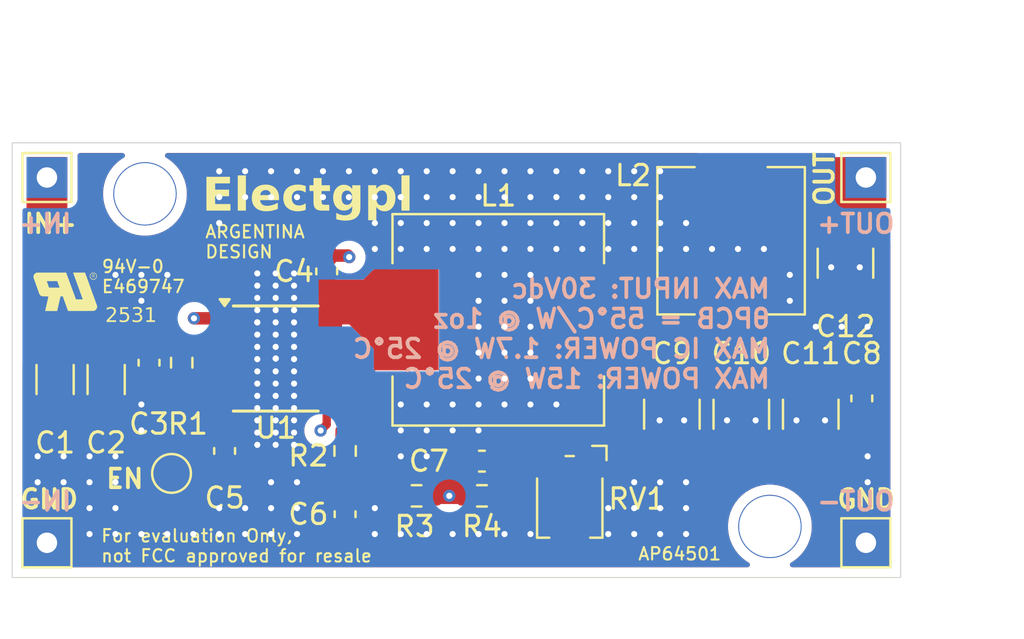
<source format=kicad_pcb>
(kicad_pcb (version 20241229) (generator "pcbnew") (generator_version "9.0")
  (layers (0 "F.Cu" signal) (4 "In1.Cu" signal) (6 "In2.Cu" signal) (2 "B.Cu" signal) (13 "F.Paste" user) (15 "B.Paste" user) (5 "F.SilkS" user "F.Silkscreen") (7 "B.SilkS" user "B.Silkscreen") (1 "F.Mask" user) (3 "B.Mask" user) (25 "Edge.Cuts" user))
  (net 0 "")
  (net 1 "GND")
  (net 2 "Net-(U1-VIN)")
  (net 3 "Net-(U1-BST)")
  (net 4 "Net-(U1-SW)")
  (net 5 "Net-(U1-SS)")
  (net 6 "Net-(C6-Pad1)")
  (net 7 "Net-(U1-FB)")
  (net 8 "Net-(R4-Pad2)")
  (net 9 "Net-(C10-Pad1)")
  (net 10 "Net-(U1-EN)")
  (net 11 "Net-(U1-COMP)")
  (net 12 "Net-(C12-Pad1)")
  (footprint "Capacitor_SMD:C_1206_3216Metric" (layer "F.Cu") (at 102.1 91.6 -90)
    (property "Reference" "C1" (at 3.1 0 180) (layer "F.SilkS"))
    (property "Value" "10µF")
    (pad "1" smd roundrect (at -1.475 0 270) (size 1.15 1.8) (layers "F.Cu" "F.Mask" "F.Paste") (roundrect_rratio 0.217391) (net 2 "Net-(U1-VIN)"))
    (pad "2" smd roundrect (at 1.475 0 270) (size 1.15 1.8) (layers "F.Cu" "F.Mask" "F.Paste") (roundrect_rratio 0.217391) (net 1 "GND"))
  )
  (footprint "Fiducial:Fiducial_0.5mm_Mask1mm" (layer "F.Cu") (at 108.3 85)
    (property "Reference" "FID2" (hide yes))
    (property "Value" "Fiducial" (hide yes))
    (pad "" smd circle (at 0 0) (size 0.5 0.5) (layers "F.Cu" "F.Mask") (clearance 0.35))
  )
  (footprint "Capacitor_SMD:C_0603_1608Metric" (layer "F.Cu") (at 110.4 95.1 -90)
    (property "Reference" "C5" (at 2.3 0 180) (layer "F.SilkS"))
    (property "Value" "10nF")
    (pad "1" smd roundrect (at -0.775 0 270) (size 0.9 0.95) (layers "F.Cu" "F.Mask" "F.Paste") (net 5 "Net-(U1-SS)"))
    (pad "2" smd roundrect (at 0.775 0 270) (size 0.9 0.95) (layers "F.Cu" "F.Mask" "F.Paste") (net 1 "GND"))
  )
  (footprint "Capacitor_SMD:C_0603_1608Metric" (layer "F.Cu") (at 123 95.6)
    (property "Reference" "C7" (at -2.6 0 0) (layer "F.SilkS"))
    (property "Value" "10nF")
    (pad "1" smd roundrect (at -0.775 0) (size 0.9 0.95) (layers "F.Cu" "F.Mask" "F.Paste") (net 7 "Net-(U1-FB)"))
    (pad "2" smd roundrect (at 0.775 0) (size 0.9 0.95) (layers "F.Cu" "F.Mask" "F.Paste") (net 9 "Net-(C10-Pad1)"))
  )
  (footprint "Capacitor_SMD:C_0603_1608Metric" (layer "F.Cu") (at 116.3 98.2 -90)
    (property "Reference" "C6" (at 0 1.8 180) (layer "F.SilkS"))
    (property "Value" "2.7nF")
    (pad "1" smd roundrect (at -0.775 0 270) (size 0.9 0.95) (layers "F.Cu" "F.Mask" "F.Paste") (net 6 "Net-(C6-Pad1)"))
    (pad "2" smd roundrect (at 0.775 0 270) (size 0.9 0.95) (layers "F.Cu" "F.Mask" "F.Paste") (net 1 "GND"))
  )
  (footprint "Package_SO:Diodes_SO-8EP" (layer "F.Cu") (at 112.9025 90.57)
    (property "Reference" "U1" (at 0 3.405 0) (layer "F.SilkS"))
    (property "Value" "AP64501SP-13")
    (pad "1" smd rect (at -2.4975 -1.905) (size 1.505 0.802) (layers "F.Cu" "F.Mask" "F.Paste") (net 3 "Net-(U1-BST)"))
    (pad "2" smd rect (at -2.4975 -0.635) (size 1.505 0.802) (layers "F.Cu" "F.Mask" "F.Paste") (net 2 "Net-(U1-VIN)"))
    (pad "3" smd rect (at -2.4975 0.635) (size 1.505 0.802) (layers "F.Cu" "F.Mask" "F.Paste") (net 10 "Net-(U1-EN)"))
    (pad "4" smd rect (at -2.4975 1.905) (size 1.505 0.802) (layers "F.Cu" "F.Mask" "F.Paste") (net 5 "Net-(U1-SS)"))
    (pad "5" smd rect (at 2.4975 1.905) (size 1.505 0.802) (layers "F.Cu" "F.Mask" "F.Paste") (net 7 "Net-(U1-FB)"))
    (pad "6" smd rect (at 2.4975 0.635) (size 1.505 0.802) (layers "F.Cu" "F.Mask" "F.Paste") (net 11 "Net-(U1-COMP)"))
    (pad "7" smd rect (at 2.4975 -0.635) (size 1.505 0.802) (layers "F.Cu" "F.Mask" "F.Paste") (net 1 "GND"))
    (pad "8" smd rect (at 2.4975 -1.905) (size 1.505 0.802) (layers "F.Cu" "F.Mask" "F.Paste") (net 4 "Net-(U1-SW)"))
    (pad "9" smd rect (at 0 0) (size 2.613 3.502) (layers "F.Cu" "F.Mask" "F.Paste") (net 1 "GND"))
  )
  (footprint "Resistor_SMD:R_0603_1608Metric" (layer "F.Cu") (at 123 97.3)
    (property "Reference" "R4" (at 0 1.5 0) (layer "F.SilkS"))
    (property "Value" "100Ω")
    (pad "1" smd roundrect (at -0.825 0) (size 0.8 0.95) (layers "F.Cu" "F.Mask" "F.Paste") (net 7 "Net-(U1-FB)"))
    (pad "2" smd roundrect (at 0.825 0) (size 0.8 0.95) (layers "F.Cu" "F.Mask" "F.Paste") (net 8 "Net-(R4-Pad2)"))
  )
  (footprint "Fiducial:Fiducial_0.5mm_Mask1mm" (layer "F.Cu") (at 134.4 96.8)
    (property "Reference" "FID1" (hide yes))
    (property "Value" "Fiducial" (hide yes))
    (pad "" smd circle (at 0 0) (size 0.5 0.5) (layers "F.Cu" "F.Mask") (clearance 0.35))
  )
  (footprint "Capacitor_SMD:C_0603_1608Metric" (layer "F.Cu") (at 115.4 86.3 -90)
    (property "Reference" "C4" (at 0 1.6 180) (layer "F.SilkS"))
    (property "Value" "100nF")
    (pad "1" smd roundrect (at -0.775 0 270) (size 0.9 0.95) (layers "F.Cu" "F.Mask" "F.Paste") (net 3 "Net-(U1-BST)"))
    (pad "2" smd roundrect (at 0.775 0 270) (size 0.9 0.95) (layers "F.Cu" "F.Mask" "F.Paste") (net 4 "Net-(U1-SW)"))
  )
  (footprint "TestPoint:TestPoint_Pad_D1.5mm" (layer "F.Cu") (at 107.8 96.2)
    (property "Reference" "TP5" (hide yes))
    (property "Value" "TestPoint" (hide yes))
    (pad "1" smd circle (at 0 0) (size 1.5 1.5) (layers "F.Cu" "F.Mask") (net 10 "Net-(U1-EN)"))
  )
  (footprint "TestPoint:TestPoint_THTPad_2.0x2.0mm_Drill1.0mm" (layer "F.Cu") (at 141.8 99.6)
    (property "Reference" "TP4" (hide yes))
    (property "Value" "TestPoint" (hide yes))
    (pad "1" thru_hole rect (at 0 0) (size 2 2) (drill 1) (layers "*.Cu" "*.Mask") (net 1 "GND"))
  )
  (footprint "Capacitor_SMD:C_1210_3225Metric" (layer "F.Cu") (at 139.1 93.3 -90)
    (property "Reference" "C11" (at -2.975 0 180) (layer "F.SilkS"))
    (property "Value" "22µF")
    (pad "1" smd roundrect (at -1.475 0 270) (size 1.15 2.7) (layers "F.Cu" "F.Mask" "F.Paste") (roundrect_rratio 0.217391) (net 9 "Net-(C10-Pad1)"))
    (pad "2" smd roundrect (at 1.475 0 270) (size 1.15 2.7) (layers "F.Cu" "F.Mask" "F.Paste") (roundrect_rratio 0.217391) (net 1 "GND"))
  )
  (footprint "Capacitor_SMD:C_1210_3225Metric" (layer "F.Cu") (at 135.7 93.3 -90)
    (property "Reference" "C10" (at -2.975 0 180) (layer "F.SilkS"))
    (property "Value" "22µF")
    (pad "1" smd roundrect (at -1.475 0 270) (size 1.15 2.7) (layers "F.Cu" "F.Mask" "F.Paste") (roundrect_rratio 0.217391) (net 9 "Net-(C10-Pad1)"))
    (pad "2" smd roundrect (at 1.475 0 270) (size 1.15 2.7) (layers "F.Cu" "F.Mask" "F.Paste") (roundrect_rratio 0.217391) (net 1 "GND"))
  )
  (footprint "Capacitor_SMD:C_0603_1608Metric" (layer "F.Cu") (at 141.6 92.525 -90)
    (property "Reference" "C8" (at -2.2 0 180) (layer "F.SilkS"))
    (property "Value" "100nF")
    (pad "1" smd roundrect (at -0.775 0 270) (size 0.9 0.95) (layers "F.Cu" "F.Mask" "F.Paste") (net 9 "Net-(C10-Pad1)"))
    (pad "2" smd roundrect (at 0.775 0 270) (size 0.9 0.95) (layers "F.Cu" "F.Mask" "F.Paste") (net 1 "GND"))
  )
  (footprint "Capacitor_SMD:C_0603_1608Metric" (layer "F.Cu") (at 106.7 90.775 -90)
    (property "Reference" "C3" (at 3 0 180) (layer "F.SilkS"))
    (property "Value" "100nF")
    (pad "1" smd roundrect (at -0.775 0 270) (size 0.9 0.95) (layers "F.Cu" "F.Mask" "F.Paste") (net 2 "Net-(U1-VIN)"))
    (pad "2" smd roundrect (at 0.775 0 270) (size 0.9 0.95) (layers "F.Cu" "F.Mask" "F.Paste") (net 1 "GND"))
  )
  (footprint "Inductor_SMD:L_Wuerth_HCM-7050" (layer "F.Cu") (at 135.2 84.8 90)
    (property "Reference" "L2" (at 3.2 -4.8 180) (layer "F.SilkS"))
    (property "Value" "10µH")
    (pad "1" smd roundrect (at -2.65 0 90) (size 2 3.05) (layers "F.Cu" "F.Mask" "F.Paste") (roundrect_rratio 0.125) (net 9 "Net-(C10-Pad1)"))
    (pad "2" smd roundrect (at 2.65 0 90) (size 2 3.05) (layers "F.Cu" "F.Mask" "F.Paste") (roundrect_rratio 0.125) (net 12 "Net-(C12-Pad1)"))
  )
  (footprint "Potentiometer_SMD:Potentiometer_Bourns_TC33X_Vertical" (layer "F.Cu") (at 127.3 97.45 -90)
    (property "Reference" "RV1" (at 0 -3.3 0) (layer "F.SilkS"))
    (property "Value" "47kΩ")
    (pad "1" smd rect (at -1.8 -1 270) (size 1.2 1.2) (layers "F.Cu" "F.Mask" "F.Paste") (net 9 "Net-(C10-Pad1)"))
    (pad "2" smd rect (at 1.45 0 270) (size 1.5 1.6) (layers "F.Cu" "F.Mask" "F.Paste") (net 8 "Net-(R4-Pad2)"))
    (pad "3" smd rect (at -1.8 1 270) (size 1.2 1.2) (layers "F.Cu" "F.Mask" "F.Paste") (net 8 "Net-(R4-Pad2)"))
  )
  (footprint "Resistor_SMD:R_0603_1608Metric" (layer "F.Cu") (at 119.8 97.3 180)
    (property "Reference" "R3" (at 0.1 -1.5 180) (layer "F.SilkS"))
    (property "Value" "2.2kΩ")
    (pad "1" smd roundrect (at -0.825 0 180) (size 0.8 0.95) (layers "F.Cu" "F.Mask" "F.Paste") (net 7 "Net-(U1-FB)"))
    (pad "2" smd roundrect (at 0.825 0 180) (size 0.8 0.95) (layers "F.Cu" "F.Mask" "F.Paste") (net 1 "GND"))
  )
  (footprint "Resistor_SMD:R_0603_1608Metric" (layer "F.Cu") (at 108.3 90.775 -90)
    (property "Reference" "R1" (at 3 -0.3 180) (layer "F.SilkS"))
    (property "Value" "100kΩ")
    (pad "1" smd roundrect (at -0.825 0 270) (size 0.8 0.95) (layers "F.Cu" "F.Mask" "F.Paste") (net 2 "Net-(U1-VIN)"))
    (pad "2" smd roundrect (at 0.825 0 270) (size 0.8 0.95) (layers "F.Cu" "F.Mask" "F.Paste") (net 10 "Net-(U1-EN)"))
  )
  (footprint "Capacitor_SMD:C_1210_3225Metric" (layer "F.Cu") (at 140.8 85.9 -90)
    (property "Reference" "C12" (at 3.1 0 180) (layer "F.SilkS"))
    (property "Value" "22µF")
    (pad "1" smd roundrect (at -1.475 0 270) (size 1.15 2.7) (layers "F.Cu" "F.Mask" "F.Paste") (roundrect_rratio 0.217391) (net 12 "Net-(C12-Pad1)"))
    (pad "2" smd roundrect (at 1.475 0 270) (size 1.15 2.7) (layers "F.Cu" "F.Mask" "F.Paste") (roundrect_rratio 0.217391) (net 1 "GND"))
  )
  (footprint "TestPoint:TestPoint_THTPad_2.0x2.0mm_Drill1.0mm" (layer "F.Cu") (at 141.8 81.7)
    (property "Reference" "TP3" (hide yes))
    (property "Value" "TestPoint" (hide yes))
    (pad "1" thru_hole rect (at 0 0) (size 2 2) (drill 1) (layers "*.Cu" "*.Mask") (net 12 "Net-(C12-Pad1)"))
  )
  (footprint "Capacitor_SMD:C_1210_3225Metric" (layer "F.Cu") (at 132.3 93.3 -90)
    (property "Reference" "C9" (at -2.975 0 180) (layer "F.SilkS"))
    (property "Value" "22µF")
    (pad "1" smd roundrect (at -1.475 0 270) (size 1.15 2.7) (layers "F.Cu" "F.Mask" "F.Paste") (roundrect_rratio 0.217391) (net 9 "Net-(C10-Pad1)"))
    (pad "2" smd roundrect (at 1.475 0 270) (size 1.15 2.7) (layers "F.Cu" "F.Mask" "F.Paste") (roundrect_rratio 0.217391) (net 1 "GND"))
  )
  (footprint "EXO_LIB_GIT:Recognized Component very small" (layer "F.Cu") (at 102.6 87.3)
    (property "Reference" "G***" (hide yes))
    (property "Value" "LOGO" (hide yes))
  )
  (footprint "Capacitor_SMD:C_1206_3216Metric" (layer "F.Cu") (at 104.6 91.6 -90)
    (property "Reference" "C2" (at 3.1 0 180) (layer "F.SilkS"))
    (property "Value" "10µF")
    (pad "1" smd roundrect (at -1.475 0 270) (size 1.15 1.8) (layers "F.Cu" "F.Mask" "F.Paste") (roundrect_rratio 0.217391) (net 2 "Net-(U1-VIN)"))
    (pad "2" smd roundrect (at 1.475 0 270) (size 1.15 1.8) (layers "F.Cu" "F.Mask" "F.Paste") (roundrect_rratio 0.217391) (net 1 "GND"))
  )
  (footprint "Fiducial:Fiducial_0.5mm_Mask1mm" (layer "F.Cu") (at 106.4 98)
    (property "Reference" "FID3" (hide yes))
    (property "Value" "Fiducial" (hide yes))
    (pad "" smd circle (at 0 0) (size 0.5 0.5) (layers "F.Cu" "F.Mask") (clearance 0.35))
  )
  (footprint "TestPoint:TestPoint_THTPad_2.0x2.0mm_Drill1.0mm" (layer "F.Cu") (at 101.7 81.7)
    (property "Reference" "TP1" (hide yes))
    (property "Value" "TestPoint" (hide yes))
    (pad "1" thru_hole rect (at 0 0) (size 2 2) (drill 1) (layers "*.Cu" "*.Mask") (net 2 "Net-(U1-VIN)"))
  )
  (footprint "TestPoint:TestPoint_THTPad_2.0x2.0mm_Drill1.0mm" (layer "F.Cu") (at 101.7 99.6)
    (property "Reference" "TP2" (hide yes))
    (property "Value" "TestPoint" (hide yes))
    (pad "1" thru_hole rect (at 0 0) (size 2 2) (drill 1) (layers "*.Cu" "*.Mask") (net 1 "GND"))
  )
  (footprint "Resistor_SMD:R_0603_1608Metric" (layer "F.Cu") (at 116.3 95.1 -90)
    (property "Reference" "R2" (at 0.237258 1.8 180) (layer "F.SilkS"))
    (property "Value" "15.8kΩ")
    (pad "1" smd roundrect (at -0.825 0 270) (size 0.8 0.95) (layers "F.Cu" "F.Mask" "F.Paste") (net 11 "Net-(U1-COMP)"))
    (pad "2" smd roundrect (at 0.825 0 270) (size 0.8 0.95) (layers "F.Cu" "F.Mask" "F.Paste") (net 6 "Net-(C6-Pad1)"))
  )
  (footprint "Inductor_SMD:L_Vishay_IHLP-4040" (layer "F.Cu") (at 123.8 88.675)
    (property "Reference" "L1" (at 0 -6.08 0) (layer "F.SilkS"))
    (property "Value" "3.6µH")
    (pad "1" smd rect (at -4.5075 0) (size 3.175 4.95) (layers "F.Cu" "F.Mask" "F.Paste") (net 4 "Net-(U1-SW)"))
    (pad "2" smd rect (at 4.5075 0) (size 3.175 4.95) (layers "F.Cu" "F.Mask" "F.Paste") (net 9 "Net-(C10-Pad1)"))
  )
  (gr_rect (start 100 80) (end 143.5 101.3) (stroke (width 0.05)) (fill no) (layer "Edge.Cuts"))
  (gr_text "Electgpl" (at 109.3 83.6 0) (layer "F.SilkS") (effects (font (size 1.6256 1.6256) (thickness 0.32512) (bold yes)) (justify left bottom)))
  (gr_text "AP64501" (at 130.6 100.5 0) (layer "F.SilkS") (effects (font (size 0.6096 0.6096) (thickness 0.1)) (justify left bottom)))
  (gr_text "For evaluation Only, \nnot FCC approved for resale" (at 104.3 100.6 0) (layer "F.SilkS") (effects (font (size 0.6096 0.6096) (thickness 0.1)) (justify left bottom)))
  (gr_text "GND" (at 140.3 98 0) (layer "F.SilkS") (effects (font (size 0.9144 0.9144) (thickness 0.18288) (bold yes)) (justify left bottom)))
  (gr_text "94V-0\nE469747" (at 104.332 87.4 0) (layer "F.SilkS") (effects (font (size 0.6096 0.6096) (thickness 0.1016) (bold yes)) (justify left bottom)))
  (gr_text "EN" (at 104.5 97 0) (layer "F.SilkS") (effects (font (size 0.9144 0.9144) (thickness 0.18288) (bold yes)) (justify left bottom)))
  (gr_text "ARGENTINA \nDESIGN" (at 109.4 85.7 0) (layer "F.SilkS") (effects (font (size 0.6096 0.6096) (thickness 0.1)) (justify left bottom)))
  (gr_text "IN+" (at 100.5 84.5 0) (layer "F.SilkS") (effects (font (size 0.9144 0.9144) (thickness 0.18288) (bold yes)) (justify left bottom)))
  (gr_text "OUT" (at 140.3 83.2 90) (layer "F.SilkS") (effects (font (size 0.9144 0.9144) (thickness 0.18288) (bold yes)) (justify left bottom)))
  (gr_text "2531" (at 104.55 88.9 0) (layer "F.SilkS") (effects (font (size 0.7112 0.7112) (thickness 0.1) (italic yes)) (justify left bottom)))
  (gr_text "GND" (at 100.3 98 0) (layer "F.SilkS") (effects (font (size 0.9144 0.9144) (thickness 0.18288) (bold yes)) (justify left bottom)))
  (gr_text "MAX INPUT: 30Vdc\nθPCB = 55°C/W @ 1oz\nMAX IC POWER: 1.7W @ 25°C\nMAX POWER: 15W @ 25°C" (at 137.2 92.1 0) (layer "B.SilkS") (effects (font (size 0.9144 0.9144) (thickness 0.18288) (bold yes)) (justify left bottom mirror)))
  (gr_text "IN-" (at 103 98.1 0) (layer "B.SilkS") (effects (font (size 0.9144 0.9144) (thickness 0.18288) (bold yes)) (justify left bottom mirror)))
  (gr_text "OUT+" (at 143.3 84.5 0) (layer "B.SilkS") (effects (font (size 0.9144 0.9144) (thickness 0.18288) (bold yes)) (justify left bottom mirror)))
  (gr_text "OUT-" (at 143.3 98.1 0) (layer "B.SilkS") (effects (font (size 0.9144 0.9144) (thickness 0.18288) (bold yes)) (justify left bottom mirror)))
  (gr_text "IN+" (at 103 84.5 -0) (layer "B.SilkS") (effects (font (size 0.9144 0.9144) (thickness 0.18288) (bold yes)) (justify left bottom mirror)))
  (via (at 137.1 98.8) (size 3.1) (drill 3) (layers "F.Cu" "B.Cu") (net 0))
  (via (at 106.5 82.5) (size 3.1) (drill 3) (layers "F.Cu" "B.Cu") (net 0))
  (via (at 138.075 87.74175) (size 0.6) (drill 0.3) (layers "F.Cu" "B.Cu") (net 1))
  (via (at 113.945 81.39175) (size 0.6) (drill 0.3) (layers "F.Cu" "B.Cu") (net 1))
  (via (at 121.565 99.17175) (size 0.6) (drill 0.3) (layers "F.Cu" "B.Cu") (net 1))
  (via (at 131.725 81.39175) (size 0.6) (drill 0.3) (layers "F.Cu" "B.Cu") (net 1))
  (via (at 134.265 85.20175) (size 0.6) (drill 0.3) (layers "F.Cu" "B.Cu") (net 1))
  (via (at 121.565 92.82175) (size 0.6) (drill 0.3) (layers "F.Cu" "B.Cu") (net 1))
  (via (at 113.8 89.4) (size 0.6) (drill 0.3) (layers "F.Cu" "B.Cu") (net 1))
  (via (at 127.915 83.93175) (size 0.6) (drill 0.3) (layers "F.Cu" "B.Cu") (net 1))
  (via (at 103.785 97.90175) (size 0.6) (drill 0.3) (layers "F.Cu" "B.Cu") (net 1))
  (via (at 129.185 85.20175) (size 0.6) (drill 0.3) (layers "F.Cu" "B.Cu") (net 1))
  (via (at 110.135 82.66175) (size 0.6) (drill 0.3) (layers "F.Cu" "B.Cu") (net 1))
  (via (at 124.105 86.47175) (size 0.6) (drill 0.3) (layers "F.Cu" "B.Cu") (net 1))
  (via (at 122.835 91.55175) (size 0.6) (drill 0.3) (layers "F.Cu" "B.Cu") (net 1))
  (via (at 112 90) (size 0.6) (drill 0.3) (layers "F.Cu" "B.Cu") (net 1))
  (via (at 112 88.8) (size 0.6) (drill 0.3) (layers "F.Cu" "B.Cu") (net 1))
  (via (at 132.995 97.90175) (size 0.6) (drill 0.3) (layers "F.Cu" "B.Cu") (net 1))
  (via (at 116.485 82.66175) (size 0.6) (drill 0.3) (layers "F.Cu" "B.Cu") (net 1))
  (via (at 113.8 91.2) (size 0.6) (drill 0.3) (layers "F.Cu" "B.Cu") (net 1))
  (via (at 119.025 94.09175) (size 0.6) (drill 0.3) (layers "F.Cu" "B.Cu") (net 1))
  (via (at 115.215 82.66175) (size 0.6) (drill 0.3) (layers "F.Cu" "B.Cu") (net 1))
  (via (at 113.8 90) (size 0.6) (drill 0.3) (layers "F.Cu" "B.Cu") (net 1))
  (via (at 139.345 89.01175) (size 0.6) (drill 0.3) (layers "F.Cu" "B.Cu") (net 1))
  (via (at 112 91.8) (size 0.6) (drill 0.3) (layers "F.Cu" "B.Cu") (net 1))
  (via (at 125.375 91.55175) (size 0.6) (drill 0.3) (layers "F.Cu" "B.Cu") (net 1))
  (via (at 130.455 81.39175) (size 0.6) (drill 0.3) (layers "F.Cu" "B.Cu") (net 1))
  (via (at 125.375 82.66175) (size 0.6) (drill 0.3) (layers "F.Cu" "B.Cu") (net 1))
  (via (at 131.725 82.66175) (size 0.6) (drill 0.3) (layers "F.Cu" "B.Cu") (net 1))
  (via (at 122.835 81.39175) (size 0.6) (drill 0.3) (layers "F.Cu" "B.Cu") (net 1))
  (via (at 102.515 96.63175) (size 0.6) (drill 0.3) (layers "F.Cu" "B.Cu") (net 1))
  (via (at 112 89.4) (size 0.6) (drill 0.3) (layers "F.Cu" "B.Cu") (net 1))
  (via (at 112.9 86.4) (size 0.6) (drill 0.3) (layers "F.Cu" "B.Cu") (net 1))
  (via (at 120.295 82.66175) (size 0.6) (drill 0.3) (layers "F.Cu" "B.Cu") (net 1))
  (via (at 113.8 87) (size 0.6) (drill 0.3) (layers "F.Cu" "B.Cu") (net 1))
  (via (at 117.755 83.93175) (size 0.6) (drill 0.3) (layers "F.Cu" "B.Cu") (net 1))
  (via (at 110.135 99.17175) (size 0.6) (drill 0.3) (layers "F.Cu" "B.Cu") (net 1))
  (via (at 111.405 97.90175) (size 0.6) (drill 0.3) (layers "F.Cu" "B.Cu") (net 1))
  (via (at 111.405 99.17175) (size 0.6) (drill 0.3) (layers "F.Cu" "B.Cu") (net 1))
  (via (at 112.675 82.66175) (size 0.6) (drill 0.3) (layers "F.Cu" "B.Cu") (net 1))
  (via (at 101.245 95.36175) (size 0.6) (drill 0.3) (layers "F.Cu" "B.Cu") (net 1))
  (via (at 122.835 83.93175) (size 0.6) (drill 0.3) (layers "F.Cu" "B.Cu") (net 1))
  (via (at 124.105 81.39175) (size 0.6) (drill 0.3) (layers "F.Cu" "B.Cu") (net 1))
  (via (at 112.9 93.6) (size 0.6) (drill 0.3) (layers "F.Cu" "B.Cu") (net 1))
  (via (at 122.835 92.82175) (size 0.6) (drill 0.3) (layers "F.Cu" "B.Cu") (net 1))
  (via (at 129.185 83.93175) (size 0.6) (drill 0.3) (layers "F.Cu" "B.Cu") (net 1))
  (via (at 121.565 85.20175) (size 0.6) (drill 0.3) (layers "F.Cu" "B.Cu") (net 1))
  (via (at 117.755 97.90175) (size 0.6) (drill 0.3) (layers "F.Cu" "B.Cu") (net 1))
  (via (at 139.8 93.6) (size 0.6) (drill 0.3) (layers "F.Cu" "B.Cu") (net 1))
  (via (at 124.105 90.28175) (size 0.6) (drill 0.3) (layers "F.Cu" "B.Cu") (net 1))
  (via (at 125.375 86.47175) (size 0.6) (drill 0.3) (layers "F.Cu" "B.Cu") (net 1))
  (via (at 113.945 97.90175) (size 0.6) (drill 0.3) (layers "F.Cu" "B.Cu") (net 1))
  (via (at 121.565 94.09175) (size 0.6) (drill 0.3) (layers "F.Cu" "B.Cu") (net 1))
  (via (at 120.295 81.39175) (size 0.6) (drill 0.3) (layers "F.Cu" "B.Cu") (net 1))
  (via (at 112.9025 90.57) (size 0.6) (drill 0.3) (layers "F.Cu" "B.Cu") (net 1))
  (via (at 132.995 85.20175) (size 0.6) (drill 0.3) (layers "F.Cu" "B.Cu") (net 1))
  (via (at 124.105 82.66175) (size 0.6) (drill 0.3) (layers "F.Cu" "B.Cu") (net 1))
  (via (at 131.725 96.63175) (size 0.6) (drill 0.3) (layers "F.Cu" "B.Cu") (net 1))
  (via (at 120.295 94.09175) (size 0.6) (drill 0.3) (layers "F.Cu" "B.Cu") (net 1))
  (via (at 108.865 99.17175) (size 0.6) (drill 0.3) (layers "F.Cu" "B.Cu") (net 1))
  (via (at 125.375 81.39175) (size 0.6) (drill 0.3) (layers "F.Cu" "B.Cu") (net 1))
  (via (at 138.4 93.6) (size 0.6) (drill 0.3) (layers "F.Cu" "B.Cu") (net 1))
  (via (at 126.645 85.20175) (size 0.6) (drill 0.3) (layers "F.Cu" "B.Cu") (net 1))
  (via (at 129.185 97.90175) (size 0.6) (drill 0.3) (layers "F.Cu" "B.Cu") (net 1))
  (via (at 113.8 88.8) (size 0.6) (drill 0.3) (layers "F.Cu" "B.Cu") (net 1))
  (via (at 136.4 93.6) (size 0.6) (drill 0.3) (layers "F.Cu" "B.Cu") (net 1))
  (via (at 129.185 99.17175) (size 0.6) (drill 0.3) (layers "F.Cu" "B.Cu") (net 1))
  (via (at 131.725 99.17175) (size 0.6) (drill 0.3) (layers "F.Cu" "B.Cu") (net 1))
  (via (at 136.805 85.20175) (size 0.6) (drill 0.3) (layers "F.Cu" "B.Cu") (net 1))
  (via (at 131.7 93.6) (size 0.6) (drill 0.3) (layers "F.Cu" "B.Cu") (net 1))
  (via (at 122.835 86.47175) (size 0.6) (drill 0.3) (layers "F.Cu" "B.Cu") (net 1))
  (via (at 113.8 92.4) (size 0.6) (drill 0.3) (layers "F.Cu" "B.Cu") (net 1))
  (via (at 119.025 99.17175) (size 0.6) (drill 0.3) (layers "F.Cu" "B.Cu") (net 1))
  (via (at 107.595 86.47175) (size 0.6) (drill 0.3) (layers "F.Cu" "B.Cu") (net 1))
  (via (at 103.785 99.17175) (size 0.6) (drill 0.3) (layers "F.Cu" "B.Cu") (net 1))
  (via (at 112.9 90) (size 0.6) (drill 0.3) (layers "F.Cu" "B.Cu") (net 1))
  (via (at 131.725 83.93175) (size 0.6) (drill 0.3) (layers "F.Cu" "B.Cu") (net 1))
  (via (at 113.8 93) (size 0.6) (drill 0.3) (layers "F.Cu" "B.Cu") (net 1))
  (via (at 112 93.6) (size 0.6) (drill 0.3) (layers "F.Cu" "B.Cu") (net 1))
  (via (at 124.105 91.55175) (size 0.6) (drill 0.3) (layers "F.Cu" "B.Cu") (net 1))
  (via (at 112.9 94.8) (size 0.6) (drill 0.3) (layers "F.Cu" "B.Cu") (net 1))
  (via (at 126.645 82.66175) (size 0.6) (drill 0.3) (layers "F.Cu" "B.Cu") (net 1))
  (via (at 122.835 89.01175) (size 0.6) (drill 0.3) (layers "F.Cu" "B.Cu") (net 1))
  (via (at 112.9025 90.57) (size 0.6) (drill 0.3) (layers "F.Cu" "B.Cu") (net 1))
  (via (at 129.185 81.39175) (size 0.6) (drill 0.3) (layers "F.Cu" "B.Cu") (net 1))
  (via (at 112.675 97.90175) (size 0.6) (drill 0.3) (layers "F.Cu" "B.Cu") (net 1))
  (via (at 112 88.8) (size 0.6) (drill 0.3) (layers "F.Cu" "B.Cu") (net 1))
  (via (at 124.105 85.20175) (size 0.6) (drill 0.3) (layers "F.Cu" "B.Cu") (net 1))
  (via (at 141.885 95.36175) (size 0.6) (drill 0.3) (layers "F.Cu" "B.Cu") (net 1))
  (via (at 112.675 96.63175) (size 0.6) (drill 0.3) (layers "F.Cu" "B.Cu") (net 1))
  (via (at 122.835 94.09175) (size 0.6) (drill 0.3) (layers "F.Cu" "B.Cu") (net 1))
  (via (at 130.455 85.20175) (size 0.6) (drill 0.3) (layers "F.Cu" "B.Cu") (net 1))
  (via (at 106.325 87.74175) (size 0.6) (drill 0.3) (layers "F.Cu" "B.Cu") (net 1))
  (via (at 110.135 83.93175) (size 0.6) (drill 0.3) (layers "F.Cu" "B.Cu") (net 1))
  (via (at 119.025 81.39175) (size 0.6) (drill 0.3) (layers "F.Cu" "B.Cu") (net 1))
  (via (at 112 91.2) (size 0.6) (drill 0.3) (layers "F.Cu" "B.Cu") (net 1))
  (via (at 126.645 81.39175) (size 0.6) (drill 0.3) (layers "F.Cu" "B.Cu") (net 1))
  (via (at 112.9 89.4) (size 0.6) (drill 0.3) (layers "F.Cu" "B.Cu") (net 1))
  (via (at 125.375 85.20175) (size 0.6) (drill 0.3) (layers "F.Cu" "B.Cu") (net 1))
  (via (at 101.245 96.63175) (size 0.6) (drill 0.3) (layers "F.Cu" "B.Cu") (net 1))
  (via (at 113.945 96.63175) (size 0.6) (drill 0.3) (layers "F.Cu" "B.Cu") (net 1))
  (via (at 119.025 82.66175) (size 0.6) (drill 0.3) (layers "F.Cu" "B.Cu") (net 1))
  (via (at 125.375 92.82175) (size 0.6) (drill 0.3) (layers "F.Cu" "B.Cu") (net 1))
  (via (at 113.945 99.17175) (size 0.6) (drill 0.3) (layers "F.Cu" "B.Cu") (net 1))
  (via (at 122.835 85.20175) (size 0.6) (drill 0.3) (layers "F.Cu" "B.Cu") (net 1))
  (via (at 119.025 85.20175) (size 0.6) (drill 0.3) (layers "F.Cu" "B.Cu") (net 1))
  (via (at 107.595 99.17175) (size 0.6) (drill 0.3) (layers "F.Cu" "B.Cu") (net 1))
  (via (at 120.295 92.82175) (size 0.6) (drill 0.3) (layers "F.Cu" "B.Cu") (net 1))
  (via (at 112 87) (size 0.6) (drill 0.3) (layers "F.Cu" "B.Cu") (net 1))
  (via (at 112.9 94.2) (size 0.6) (drill 0.3) (layers "F.Cu" "B.Cu") (net 1))
  (via (at 122.835 82.66175) (size 0.6) (drill 0.3) (layers "F.Cu" "B.Cu") (net 1))
  (via (at 132.995 99.17175) (size 0.6) (drill 0.3) (layers "F.Cu" "B.Cu") (net 1))
  (via (at 130.455 97.90175) (size 0.6) (drill 0.3) (layers "F.Cu" "B.Cu") (net 1))
  (via (at 140.615 89.01175) (size 0.6) (drill 0.3) (layers "F.Cu" "B.Cu") (net 1))
  (via (at 121.565 83.93175) (size 0.6) (drill 0.3) (layers "F.Cu" "B.Cu") (net 1))
  (via (at 117.755 85.20175) (size 0.6) (drill 0.3) (layers "F.Cu" "B.Cu") (net 1))
  (via (at 141.885 96.63175) (size 0.6) (drill 0.3) (layers "F.Cu" "B.Cu") (net 1))
  (via (at 141.885 89.01175) (size 0.6) (drill 0.3) (layers "F.Cu" "B.Cu") (net 1))
  (via (at 102.515 95.36175) (size 0.6) (drill 0.3) (layers "F.Cu" "B.Cu") (net 1))
  (via (at 127.915 82.66175) (size 0.6) (drill 0.3) (layers "F.Cu" "B.Cu") (net 1))
  (via (at 124.105 87.74175) (size 0.6) (drill 0.3) (layers "F.Cu" "B.Cu") (net 1))
  (via (at 103.785 95.36175) (size 0.6) (drill 0.3) (layers "F.Cu" "B.Cu") (net 1))
  (via (at 112.9 87) (size 0.6) (drill 0.3) (layers "F.Cu" "B.Cu") (net 1))
  (via (at 122.835 99.17175) (size 0.6) (drill 0.3) (layers "F.Cu" "B.Cu") (net 1))
  (via (at 105.055 86.47175) (size 0.6) (drill 0.3) (layers "F.Cu" "B.Cu") (net 1))
  (via (at 119.025 83.93175) (size 0.6) (drill 0.3) (layers "F.Cu" "B.Cu") (net 1))
  (via (at 112.9 93) (size 0.6) (drill 0.3) (layers "F.Cu" "B.Cu") (net 1))
  (via (at 130.455 83.93175) (size 0.6) (drill 0.3) (layers "F.Cu" "B.Cu") (net 1))
  (via (at 113.8 86.4) (size 0.6) (drill 0.3) (layers "F.Cu" "B.Cu") (net 1))
  (via (at 106.325 86.47175) (size 0.6) (drill 0.3) (layers "F.Cu" "B.Cu") (net 1))
  (via (at 130.455 99.17175) (size 0.6) (drill 0.3) (layers "F.Cu" "B.Cu") (net 1))
  (via (at 130.455 82.66175) (size 0.6) (drill 0.3) (layers "F.Cu" "B.Cu") (net 1))
  (via (at 113.8 93.6) (size 0.6) (drill 0.3) (layers "F.Cu" "B.Cu") (net 1))
  (via (at 141.5 86.1) (size 0.6) (drill 0.3) (layers "F.Cu" "B.Cu") (net 1))
  (via (at 119.025 92.82175) (size 0.6) (drill 0.3) (layers "F.Cu" "B.Cu") (net 1))
  (via (at 112.675 81.39175) (size 0.6) (drill 0.3) (layers "F.Cu" "B.Cu") (net 1))
  (via (at 115.215 81.39175) (size 0.6) (drill 0.3) (layers "F.Cu" "B.Cu") (net 1))
  (via (at 119.025 95.36175) (size 0.6) (drill 0.3) (layers "F.Cu" "B.Cu") (net 1))
  (via (at 113.8 87.6) (size 0.6) (drill 0.3) (layers "F.Cu" "B.Cu") (net 1))
  (via (at 117.755 82.66175) (size 0.6) (drill 0.3) (layers "F.Cu" "B.Cu") (net 1))
  (via (at 132.995 96.63175) (size 0.6) (drill 0.3) (layers "F.Cu" "B.Cu") (net 1))
  (via (at 127.915 81.39175) (size 0.6) (drill 0.3) (layers "F.Cu" "B.Cu") (net 1))
  (via (at 125.375 87.74175) (size 0.6) (drill 0.3) (layers "F.Cu" "B.Cu") (net 1))
  (via (at 112.9 92.4) (size 0.6) (drill 0.3) (layers "F.Cu" "B.Cu") (net 1))
  (via (at 117.755 99.17175) (size 0.6) (drill 0.3) (layers "F.Cu" "B.Cu") (net 1))
  (via (at 112 92.4) (size 0.6) (drill 0.3) (layers "F.Cu" "B.Cu") (net 1))
  (via (at 106.325 92.82175) (size 0.6) (drill 0.3) (layers "F.Cu" "B.Cu") (net 1))
  (via (at 112.675 99.17175) (size 0.6) (drill 0.3) (layers "F.Cu" "B.Cu") (net 1))
  (via (at 132.995 83.93175) (size 0.6) (drill 0.3) (layers "F.Cu" "B.Cu") (net 1))
  (via (at 124.105 89.01175) (size 0.6) (drill 0.3) (layers "F.Cu" "B.Cu") (net 1))
  (via (at 112 87.6) (size 0.6) (drill 0.3) (layers "F.Cu" "B.Cu") (net 1))
  (via (at 106.325 94.09175) (size 0.6) (drill 0.3) (layers "F.Cu" "B.Cu") (net 1))
  (via (at 126.645 83.93175) (size 0.6) (drill 0.3) (layers "F.Cu" "B.Cu") (net 1))
  (via (at 125.375 99.17175) (size 0.6) (drill 0.3) (layers "F.Cu" "B.Cu") (net 1))
  (via (at 125.375 90.28175) (size 0.6) (drill 0.3) (layers "F.Cu" "B.Cu") (net 1))
  (via (at 124.105 92.82175) (size 0.6) (drill 0.3) (layers "F.Cu" "B.Cu") (net 1))
  (via (at 111.405 82.66175) (size 0.6) (drill 0.3) (layers "F.Cu" "B.Cu") (net 1))
  (via (at 125.375 89.01175) (size 0.6) (drill 0.3) (layers "F.Cu" "B.Cu") (net 1))
  (via (at 110.135 97.90175) (size 0.6) (drill 0.3) (layers "F.Cu" "B.Cu") (net 1))
  (via (at 112.9 91.2) (size 0.6) (drill 0.3) (layers "F.Cu" "B.Cu") (net 1))
  (via (at 105.055 95.36175) (size 0.6) (drill 0.3) (layers "F.Cu" "B.Cu") (net 1))
  (via (at 140.1 86.1) (size 0.6) (drill 0.3) (layers "F.Cu" "B.Cu") (net 1))
  (via (at 120.295 95.36175) (size 0.6) (drill 0.3) (layers "F.Cu" "B.Cu") (net 1))
  (via (at 124.105 99.17175) (size 0.6) (drill 0.3) (layers "F.Cu" "B.Cu") (net 1))
  (via (at 122.835 90.28175) (size 0.6) (drill 0.3) (layers "F.Cu" "B.Cu") (net 1))
  (via (at 122.835 87.74175) (size 0.6) (drill 0.3) (layers "F.Cu" "B.Cu") (net 1))
  (via (at 131.725 97.90175) (size 0.6) (drill 0.3) (layers "F.Cu" "B.Cu") (net 1))
  (via (at 130.455 96.63175) (size 0.6) (drill 0.3) (layers "F.Cu" "B.Cu") (net 1))
  (via (at 138.075 86.47175) (size 0.6) (drill 0.3) (layers "F.Cu" "B.Cu") (net 1))
  (via (at 112 94.8) (size 0.6) (drill 0.3) (layers "F.Cu" "B.Cu") (net 1))
  (via (at 112 88.2) (size 0.6) (drill 0.3) (layers "F.Cu" "B.Cu") (net 1))
  (via (at 110.135 81.39175) (size 0.6) (drill 0.3) (layers "F.Cu" "B.Cu") (net 1))
  (via (at 113.8 94.2) (size 0.6) (drill 0.3) (layers "F.Cu" "B.Cu") (net 1))
  (via (at 112 86.4) (size 0.6) (drill 0.3) (layers "F.Cu" "B.Cu") (net 1))
  (via (at 105.055 96.63175) (size 0.6) (drill 0.3) (layers "F.Cu" "B.Cu") (net 1))
  (via (at 105.055 99.17175) (size 0.6) (drill 0.3) (layers "F.Cu" "B.Cu") (net 1))
  (via (at 113.8 90.6) (size 0.6) (drill 0.3) (layers "F.Cu" "B.Cu") (net 1))
  (via (at 112 90.6) (size 0.6) (drill 0.3) (layers "F.Cu" "B.Cu") (net 1))
  (via (at 116.485 81.39175) (size 0.6) (drill 0.3) (layers "F.Cu" "B.Cu") (net 1))
  (via (at 117.755 81.39175) (size 0.6) (drill 0.3) (layers "F.Cu" "B.Cu") (net 1))
  (via (at 124.105 83.93175) (size 0.6) (drill 0.3) (layers "F.Cu" "B.Cu") (net 1))
  (via (at 121.565 82.66175) (size 0.6) (drill 0.3) (layers "F.Cu" "B.Cu") (net 1))
  (via (at 120.295 99.17175) (size 0.6) (drill 0.3) (layers "F.Cu" "B.Cu") (net 1))
  (via (at 103.785 96.63175) (size 0.6) (drill 0.3) (layers "F.Cu" "B.Cu") (net 1))
  (via (at 112.9 87.6) (size 0.6) (drill 0.3) (layers "F.Cu" "B.Cu") (net 1))
  (via (at 112.9 88.2) (size 0.6) (drill 0.3) (layers "F.Cu" "B.Cu") (net 1))
  (via (at 120.295 85.20175) (size 0.6) (drill 0.3) (layers "F.Cu" "B.Cu") (net 1))
  (via (at 112.9 88.8) (size 0.6) (drill 0.3) (layers "F.Cu" "B.Cu") (net 1))
  (via (at 126.645 92.82175) (size 0.6) (drill 0.3) (layers "F.Cu" "B.Cu") (net 1))
  (via (at 135 93.6) (size 0.6) (drill 0.3) (layers "F.Cu" "B.Cu") (net 1))
  (via (at 111.405 81.39175) (size 0.6) (drill 0.3) (layers "F.Cu" "B.Cu") (net 1))
  (via (at 132.9 93.6) (size 0.6) (drill 0.3) (layers "F.Cu" "B.Cu") (net 1))
  (via (at 129.185 82.66175) (size 0.6) (drill 0.3) (layers "F.Cu" "B.Cu") (net 1))
  (via (at 106.325 99.17175) (size 0.6) (drill 0.3) (layers "F.Cu" "B.Cu") (net 1))
  (via (at 131.725 85.20175) (size 0.6) (drill 0.3) (layers "F.Cu" "B.Cu") (net 1))
  (via (at 113.8 94.8) (size 0.6) (drill 0.3) (layers "F.Cu" "B.Cu") (net 1))
  (via (at 113.8 88.2) (size 0.6) (drill 0.3) (layers "F.Cu" "B.Cu") (net 1))
  (via (at 113.8 91.8) (size 0.6) (drill 0.3) (layers "F.Cu" "B.Cu") (net 1))
  (via (at 112.9 91.8) (size 0.6) (drill 0.3) (layers "F.Cu" "B.Cu") (net 1))
  (via (at 112 94.2) (size 0.6) (drill 0.3) (layers "F.Cu" "B.Cu") (net 1))
  (via (at 105.055 97.90175) (size 0.6) (drill 0.3) (layers "F.Cu" "B.Cu") (net 1))
  (via (at 127.915 85.20175) (size 0.6) (drill 0.3) (layers "F.Cu" "B.Cu") (net 1))
  (via (at 113.945 82.66175) (size 0.6) (drill 0.3) (layers "F.Cu" "B.Cu") (net 1))
  (via (at 121.565 81.39175) (size 0.6) (drill 0.3) (layers "F.Cu" "B.Cu") (net 1))
  (via (at 135.535 85.20175) (size 0.6) (drill 0.3) (layers "F.Cu" "B.Cu") (net 1))
  (via (at 120.295 83.93175) (size 0.6) (drill 0.3) (layers "F.Cu" "B.Cu") (net 1))
  (via (at 125.375 83.93175) (size 0.6) (drill 0.3) (layers "F.Cu" "B.Cu") (net 1))
  (via (at 112 93) (size 0.6) (drill 0.3) (layers "F.Cu" "B.Cu") (net 1))
  (segment (start 108.9 88.6) (end 110.34 88.6) (width 0.6096) (layer "F.Cu") (net 3))
  (segment (start 116.425 85.525) (end 115.4 85.525) (width 0.6096) (layer "F.Cu") (net 3))
  (segment (start 110.34 88.6) (end 110.405 88.665) (width 0.2) (layer "F.Cu") (net 3))
  (segment (start 116.5 85.6) (end 116.425 85.525) (width 0.6096) (layer "F.Cu") (net 3))
  (via (at 116.5 85.6) (size 0.6) (drill 0.3) (layers "F.Cu" "B.Cu") (net 3))
  (via (at 108.9 88.6) (size 0.6) (drill 0.3) (layers "F.Cu" "B.Cu") (net 3))
  (segment (start 115.4 87.075) (end 115.4 88.665) (width 0.6096) (layer "F.Cu") (net 4))
  (segment (start 110.405 94.32) (end 110.4 94.325) (width 0.2) (layer "F.Cu") (net 5))
  (segment (start 110.405 92.475) (end 110.405 94.32) (width 0.6096) (layer "F.Cu") (net 5))
  (segment (start 116.3 95.925) (end 116.3 97.425) (width 0.6096) (layer "F.Cu") (net 6))
  (segment (start 122.225 97.25) (end 122.175 97.3) (width 0.4064) (layer "F.Cu") (net 7))
  (segment (start 115.4 93.8) (end 115.1 94.1) (width 0.4064) (layer "F.Cu") (net 7))
  (segment (start 115.4 92.475) (end 115.4 93.8) (width 0.4064) (layer "F.Cu") (net 7))
  (segment (start 122.225 95.6) (end 122.225 97.25) (width 0.4064) (layer "F.Cu") (net 7))
  (segment (start 120.625 97.3) (end 122.175 97.3) (width 0.4064) (layer "F.Cu") (net 7))
  (via (at 115.1 94.1) (size 0.6) (drill 0.3) (layers "F.Cu" "B.Cu") (net 7))
  (via (at 121.4 97.3) (size 0.6) (drill 0.3) (layers "F.Cu" "B.Cu") (net 7))
  (segment (start 127.3 98.9) (end 127.3 97.6) (width 0.4064) (layer "F.Cu") (net 8))
  (segment (start 125.6 97.3) (end 126.3 96.6) (width 0.4064) (layer "F.Cu") (net 8))
  (segment (start 126.3 96.6) (end 126.3 95.65) (width 0.4064) (layer "F.Cu") (net 8))
  (segment (start 123.825 97.3) (end 125.6 97.3) (width 0.4064) (layer "F.Cu") (net 8))
  (segment (start 127.3 97.6) (end 126.3 96.6) (width 0.4064) (layer "F.Cu") (net 8))
  (segment (start 123.775 95.6) (end 123.775 94.825) (width 0.4064) (layer "F.Cu") (net 9))
  (segment (start 128.3 94.4) (end 128.3 95.65) (width 0.4064) (layer "F.Cu") (net 9))
  (segment (start 128.3 88.6825) (end 128.3075 88.675) (width 0.4064) (layer "F.Cu") (net 9))
  (segment (start 128.3 95.65) (end 128.3 88.6825) (width 0.4064) (layer "F.Cu") (net 9))
  (segment (start 124.2 94.4) (end 128.3 94.4) (width 0.4064) (layer "F.Cu") (net 9))
  (segment (start 123.775 94.825) (end 124.2 94.4) (width 0.4064) (layer "F.Cu") (net 9))
  (segment (start 108.3 93.5) (end 107.8 94) (width 0.4064) (layer "F.Cu") (net 10))
  (segment (start 110.405 91.205) (end 108.695 91.205) (width 0.4064) (layer "F.Cu") (net 10))
  (segment (start 108.695 91.205) (end 108.3 91.6) (width 0.4064) (layer "F.Cu") (net 10))
  (segment (start 107.8 94) (end 107.8 96.2) (width 0.4064) (layer "F.Cu") (net 10))
  (segment (start 108.3 91.6) (end 108.3 93.5) (width 0.4064) (layer "F.Cu") (net 10))
  (segment (start 117 93.575) (end 116.3 94.275) (width 0.6096) (layer "F.Cu") (net 11))
  (segment (start 116.505 91.205) (end 117 91.7) (width 0.6096) (layer "F.Cu") (net 11))
  (segment (start 117 91.7) (end 117 93.575) (width 0.6096) (layer "F.Cu") (net 11))
  (segment (start 115.4 91.205) (end 116.505 91.205) (width 0.6096) (layer "F.Cu") (net 11))
  (zone (net 8) (net_name "Net-(R4-Pad2)") (layer "F.Cu") (priority 5) (connect_pads yes (clearance 0.5)) (min_thickness 0.25) (fill yes (thermal_gap 0.5) (thermal_bridge_width 0.5))
    (polygon (pts (xy 123.6 96.9) (xy 124.1 96.9) (xy 125.8 95.2) (xy 126.8 95.2) (xy 126.8 96.2) (xy 128.1 97.5) (xy 128.1 98.5) (xy 127.9 98.7) (xy 126.5 98.7) (xy 125.5 97.7) (xy 123.8 97.7) (xy 123.6 97.5)))
  )
  (zone (net 4) (net_name "Net-(U1-SW)") (layer "F.Cu") (priority 3) (connect_pads yes (clearance 0.5)) (min_thickness 0.25) (fill yes (thermal_gap 0.5) (thermal_bridge_width 0.5))
    (polygon (pts (xy 115 88.9) (xy 116.5 88.9) (xy 117.7 90.1) (xy 117.7 91.1) (xy 118.5 91.1) (xy 118.5 86.2) (xy 117.7 86.2) (xy 117.2 86.7) (xy 115 86.7) (xy 115 87.5) (xy 115 87.8)))
  )
  (zone (net 12) (net_name "Net-(C12-Pad1)") (layer "F.Cu") (priority 4) (connect_pads yes (clearance 0.5)) (min_thickness 0.25) (fill yes (thermal_gap 0.5) (thermal_bridge_width 0.5))
    (polygon (pts (xy 133.8 83) (xy 133.8 81.3) (xy 134.4 80.7) (xy 142.8 80.7) (xy 142.8 84.1) (xy 142 84.9) (xy 139.3 84.9) (xy 137.5 83.1) (xy 133.9 83.1)))
  )
  (zone (net 9) (net_name "Net-(C10-Pad1)") (layer "F.Cu") (priority 1) (connect_pads yes (clearance 0.5)) (min_thickness 0.25) (fill yes (thermal_gap 0.5) (thermal_bridge_width 0.5))
    (polygon (pts (xy 128 92.3) (xy 126.8 91.1) (xy 126.8 86.2) (xy 136.4 86.2) (xy 137.2 87) (xy 137.2 89) (xy 138.4 90.2) (xy 141.7 90.2) (xy 142 90.5) (xy 142 92.1) (xy 141.8 92.3)))
  )
  (zone (net 2) (net_name "Net-(U1-VIN)") (layer "F.Cu") (priority 2) (connect_pads yes (clearance 0.5)) (min_thickness 0.25) (fill yes (thermal_gap 0.5) (thermal_bridge_width 0.5))
    (polygon (pts (xy 111.1 90.3) (xy 105.8 90.3) (xy 105.325 90.775) (xy 101.4 90.775) (xy 100.7 90.075) (xy 100.7 80.7) (xy 102.7 80.7) (xy 102.7 86.3) (xy 105.2 88.8) (xy 107.9 88.8) (xy 108.7 89.6) (xy 111.1 89.6)))
  )
  (zone (net 7) (net_name "Net-(U1-FB)") (layer "F.Cu") (priority 7) (connect_pads yes (clearance 0.5)) (min_thickness 0.25) (fill yes (thermal_gap 0.5) (thermal_bridge_width 0.5))
    (polygon (pts (xy 122.5 97.7) (xy 120.3 97.7) (xy 120.3 96.9) (xy 122 95.2) (xy 122.5 95.2)))
  )
  (zone (net 9) (net_name "Net-(C10-Pad1)") (layer "F.Cu") (priority 6) (connect_pads yes (clearance 0.5)) (min_thickness 0.25) (fill yes (thermal_gap 0.5) (thermal_bridge_width 0.5))
    (polygon (pts (xy 123.4 95.6) (xy 123.4 94.7) (xy 124.1 94) (xy 127.4 94) (xy 128 93.4) (xy 128 92.3) (xy 128.1 92.2) (xy 128.5 92.2) (xy 128.6 92.3) (xy 128.6 94.8) (xy 128.9 95.1) (xy 128.9 95.3) (xy 128.8 95.4) (xy 127.8 95.4) (xy 127.7 95.3) (xy 127.7 95) (xy 127.3 94.6) (xy 124.5 94.6) (xy 124.1 95) (xy 124.1 95.7) (xy 123.5 95.7)))
  )
  (zone (net 1) (net_name "GND") (layers "F.Cu" "B.Cu" "In1.Cu" "In2.Cu") (connect_pads yes (clearance 0.5)) (min_thickness 0.25) (fill yes (thermal_gap 0.5) (thermal_bridge_width 0.5))
    (polygon (pts (xy 100 80) (xy 143.5 80) (xy 143.5 101.3) (xy 100 101.3)))
  )
  (zone (net 0) (net_name "") (layers "B.Cu" "In1.Cu" "In2.Cu") (connect_pads (clearance 0)) (min_thickness 0.25)
    (keepout (tracks not_allowed) (vias not_allowed) (pads not_allowed) (copperpour not_allowed) (footprints not_allowed))
    (fill (thermal_gap 0.5) (thermal_bridge_width 0.5))
    (polygon (pts (xy 115 86.7) (xy 117.2 86.7) (xy 117.7 86.2) (xy 120.9 86.2) (xy 120.9 91.2) (xy 117.8 91.2) (xy 117.7 91.1) (xy 117.7 90.1) (xy 116.6 89) (xy 115 89)))
  )
)
</source>
